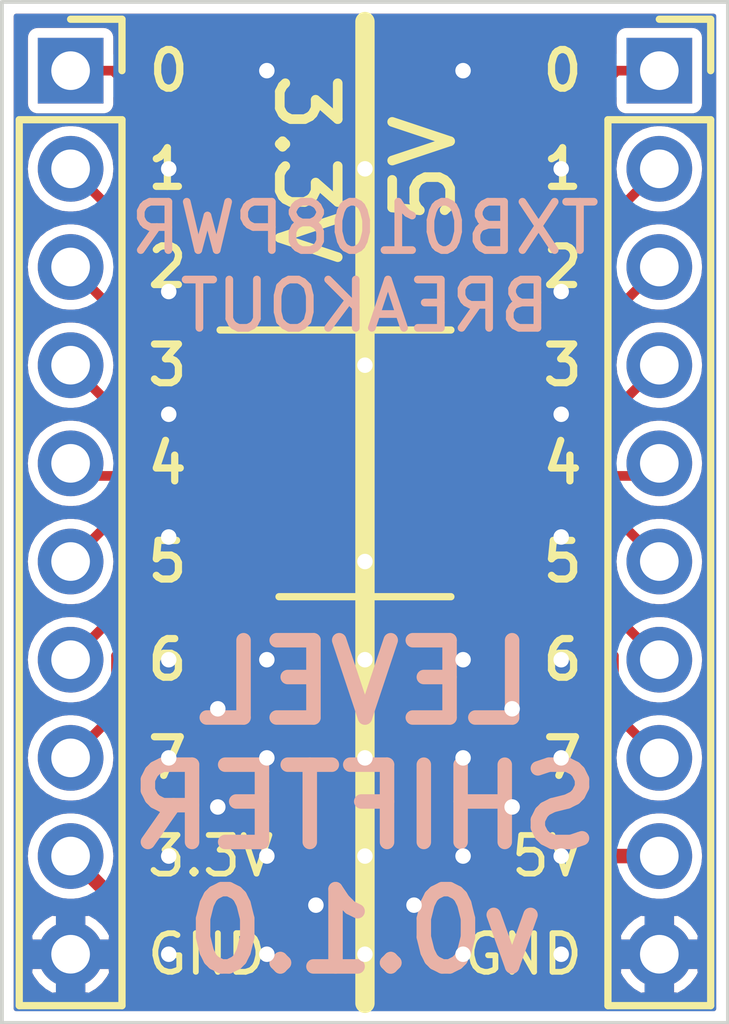
<source format=kicad_pcb>
(kicad_pcb (version 20171130) (host pcbnew "(5.1.2)-2")

  (general
    (thickness 1.6)
    (drawings 29)
    (tracks 111)
    (zones 0)
    (modules 3)
    (nets 20)
  )

  (page A4)
  (layers
    (0 F.Cu signal)
    (31 B.Cu signal)
    (32 B.Adhes user)
    (33 F.Adhes user)
    (34 B.Paste user)
    (35 F.Paste user)
    (36 B.SilkS user)
    (37 F.SilkS user)
    (38 B.Mask user hide)
    (39 F.Mask user hide)
    (40 Dwgs.User user hide)
    (41 Cmts.User user hide)
    (42 Eco1.User user hide)
    (43 Eco2.User user hide)
    (44 Edge.Cuts user)
    (45 Margin user hide)
    (46 B.CrtYd user hide)
    (47 F.CrtYd user hide)
    (48 B.Fab user hide)
    (49 F.Fab user hide)
  )

  (setup
    (last_trace_width 0.25)
    (trace_clearance 0.2)
    (zone_clearance 0.254)
    (zone_45_only yes)
    (trace_min 0.2)
    (via_size 0.8)
    (via_drill 0.4)
    (via_min_size 0.4)
    (via_min_drill 0.3)
    (uvia_size 0.3)
    (uvia_drill 0.1)
    (uvias_allowed no)
    (uvia_min_size 0.2)
    (uvia_min_drill 0.1)
    (edge_width 0.05)
    (segment_width 0.2)
    (pcb_text_width 0.3)
    (pcb_text_size 1.5 1.5)
    (mod_edge_width 0.12)
    (mod_text_size 1 1)
    (mod_text_width 0.15)
    (pad_size 1.524 1.524)
    (pad_drill 0.762)
    (pad_to_mask_clearance 0.051)
    (solder_mask_min_width 0.25)
    (aux_axis_origin 0 0)
    (visible_elements FFFFFF7F)
    (pcbplotparams
      (layerselection 0x010fc_ffffffff)
      (usegerberextensions false)
      (usegerberattributes false)
      (usegerberadvancedattributes false)
      (creategerberjobfile false)
      (excludeedgelayer true)
      (linewidth 0.100000)
      (plotframeref false)
      (viasonmask false)
      (mode 1)
      (useauxorigin false)
      (hpglpennumber 1)
      (hpglpenspeed 20)
      (hpglpendiameter 15.000000)
      (psnegative false)
      (psa4output false)
      (plotreference true)
      (plotvalue true)
      (plotinvisibletext false)
      (padsonsilk false)
      (subtractmaskfromsilk false)
      (outputformat 1)
      (mirror false)
      (drillshape 0)
      (scaleselection 1)
      (outputdirectory "GERBERS/"))
  )

  (net 0 "")
  (net 1 /GND)
  (net 2 /5V)
  (net 3 /7-5V)
  (net 4 /6-5V)
  (net 5 /5-5V)
  (net 6 /4-5V)
  (net 7 /3-5V)
  (net 8 /2-5V)
  (net 9 /1-5V)
  (net 10 /3.3V)
  (net 11 /7-3.3V)
  (net 12 /6-3.3V)
  (net 13 /5-3.3V)
  (net 14 /4-3.3V)
  (net 15 /3-3.3V)
  (net 16 /2-3.3V)
  (net 17 /1-3.3V)
  (net 18 /0-3.3V)
  (net 19 /0-5V)

  (net_class Default "This is the default net class."
    (clearance 0.2)
    (trace_width 0.25)
    (via_dia 0.8)
    (via_drill 0.4)
    (uvia_dia 0.3)
    (uvia_drill 0.1)
    (add_net /0-3.3V)
    (add_net /0-5V)
    (add_net /1-3.3V)
    (add_net /1-5V)
    (add_net /2-3.3V)
    (add_net /2-5V)
    (add_net /3-3.3V)
    (add_net /3-5V)
    (add_net /4-3.3V)
    (add_net /4-5V)
    (add_net /5-3.3V)
    (add_net /5-5V)
    (add_net /6-3.3V)
    (add_net /6-5V)
    (add_net /7-3.3V)
    (add_net /7-5V)
  )

  (net_class Power ""
    (clearance 0.2)
    (trace_width 0.375)
    (via_dia 0.8)
    (via_drill 0.4)
    (uvia_dia 0.3)
    (uvia_drill 0.1)
    (add_net /3.3V)
    (add_net /5V)
    (add_net /GND)
  )

  (module footprints:PinSocket_1x10_P2.54mm_Vertical (layer F.Cu) (tedit 5D88BB99) (tstamp 5DC6F1DB)
    (at 111.76 76.2)
    (descr "Through hole straight socket strip, 1x10, 2.54mm pitch, single row (from Kicad 4.0.7), script generated")
    (tags "Through hole socket strip THT 1x10 2.54mm single row")
    (path /5DC7A5F4)
    (fp_text reference J2 (at 0 -2.77) (layer Dwgs.User)
      (effects (font (size 1.5 1.5) (thickness 0.25)))
    )
    (fp_text value Conn_01x10_Male (at 0 25.63) (layer F.Fab)
      (effects (font (size 1 1) (thickness 0.15)))
    )
    (fp_text user %R (at 0 11.43 90) (layer F.Fab)
      (effects (font (size 1 1) (thickness 0.15)))
    )
    (fp_line (start -1.8 24.6) (end -1.8 -1.8) (layer F.CrtYd) (width 0.05))
    (fp_line (start 1.75 24.6) (end -1.8 24.6) (layer F.CrtYd) (width 0.05))
    (fp_line (start 1.75 -1.8) (end 1.75 24.6) (layer F.CrtYd) (width 0.05))
    (fp_line (start -1.8 -1.8) (end 1.75 -1.8) (layer F.CrtYd) (width 0.05))
    (fp_line (start 0 -1.33) (end 1.33 -1.33) (layer F.SilkS) (width 0.1875))
    (fp_line (start 1.33 -1.33) (end 1.33 0) (layer F.SilkS) (width 0.1875))
    (fp_line (start 1.33 1.27) (end 1.33 24.19) (layer F.SilkS) (width 0.1875))
    (fp_line (start -1.33 24.19) (end 1.33 24.19) (layer F.SilkS) (width 0.1875))
    (fp_line (start -1.33 1.27) (end -1.33 24.19) (layer F.SilkS) (width 0.1875))
    (fp_line (start -1.33 1.27) (end 1.33 1.27) (layer F.SilkS) (width 0.1875))
    (fp_line (start -1.27 24.13) (end -1.27 -1.27) (layer F.Fab) (width 0.1))
    (fp_line (start 1.27 24.13) (end -1.27 24.13) (layer F.Fab) (width 0.1))
    (fp_line (start 1.27 -0.635) (end 1.27 24.13) (layer F.Fab) (width 0.1))
    (fp_line (start 0.635 -1.27) (end 1.27 -0.635) (layer F.Fab) (width 0.1))
    (fp_line (start -1.27 -1.27) (end 0.635 -1.27) (layer F.Fab) (width 0.1))
    (pad 10 thru_hole oval (at 0 22.86) (size 1.7 1.7) (drill 1) (layers *.Cu *.Mask)
      (net 1 /GND))
    (pad 9 thru_hole oval (at 0 20.32) (size 1.7 1.7) (drill 1) (layers *.Cu *.Mask)
      (net 10 /3.3V))
    (pad 8 thru_hole oval (at 0 17.78) (size 1.7 1.7) (drill 1) (layers *.Cu *.Mask)
      (net 11 /7-3.3V))
    (pad 7 thru_hole oval (at 0 15.24) (size 1.7 1.7) (drill 1) (layers *.Cu *.Mask)
      (net 12 /6-3.3V))
    (pad 6 thru_hole oval (at 0 12.7) (size 1.7 1.7) (drill 1) (layers *.Cu *.Mask)
      (net 13 /5-3.3V))
    (pad 5 thru_hole oval (at 0 10.16) (size 1.7 1.7) (drill 1) (layers *.Cu *.Mask)
      (net 14 /4-3.3V))
    (pad 4 thru_hole oval (at 0 7.62) (size 1.7 1.7) (drill 1) (layers *.Cu *.Mask)
      (net 15 /3-3.3V))
    (pad 3 thru_hole oval (at 0 5.08) (size 1.7 1.7) (drill 1) (layers *.Cu *.Mask)
      (net 16 /2-3.3V))
    (pad 2 thru_hole oval (at 0 2.54) (size 1.7 1.7) (drill 1) (layers *.Cu *.Mask)
      (net 17 /1-3.3V))
    (pad 1 thru_hole rect (at 0 0) (size 1.7 1.7) (drill 1) (layers *.Cu *.Mask)
      (net 18 /0-3.3V))
    (model ${KISYS3DMOD}/Connector_PinSocket_2.54mm.3dshapes/PinSocket_1x10_P2.54mm_Vertical.wrl
      (at (xyz 0 0 0))
      (scale (xyz 1 1 1))
      (rotate (xyz 0 0 0))
    )
  )

  (module footprints:PinSocket_1x10_P2.54mm_Vertical (layer F.Cu) (tedit 5D88BB99) (tstamp 5DC6F0E2)
    (at 127 76.2)
    (descr "Through hole straight socket strip, 1x10, 2.54mm pitch, single row (from Kicad 4.0.7), script generated")
    (tags "Through hole socket strip THT 1x10 2.54mm single row")
    (path /5DC7C5BE)
    (fp_text reference J1 (at 0 -2.77) (layer Dwgs.User)
      (effects (font (size 1.5 1.5) (thickness 0.25)))
    )
    (fp_text value Conn_01x10_Male (at 0 25.63) (layer F.Fab)
      (effects (font (size 1 1) (thickness 0.15)))
    )
    (fp_text user %R (at 0 11.43 90) (layer F.Fab)
      (effects (font (size 1 1) (thickness 0.15)))
    )
    (fp_line (start -1.8 24.6) (end -1.8 -1.8) (layer F.CrtYd) (width 0.05))
    (fp_line (start 1.75 24.6) (end -1.8 24.6) (layer F.CrtYd) (width 0.05))
    (fp_line (start 1.75 -1.8) (end 1.75 24.6) (layer F.CrtYd) (width 0.05))
    (fp_line (start -1.8 -1.8) (end 1.75 -1.8) (layer F.CrtYd) (width 0.05))
    (fp_line (start 0 -1.33) (end 1.33 -1.33) (layer F.SilkS) (width 0.1875))
    (fp_line (start 1.33 -1.33) (end 1.33 0) (layer F.SilkS) (width 0.1875))
    (fp_line (start 1.33 1.27) (end 1.33 24.19) (layer F.SilkS) (width 0.1875))
    (fp_line (start -1.33 24.19) (end 1.33 24.19) (layer F.SilkS) (width 0.1875))
    (fp_line (start -1.33 1.27) (end -1.33 24.19) (layer F.SilkS) (width 0.1875))
    (fp_line (start -1.33 1.27) (end 1.33 1.27) (layer F.SilkS) (width 0.1875))
    (fp_line (start -1.27 24.13) (end -1.27 -1.27) (layer F.Fab) (width 0.1))
    (fp_line (start 1.27 24.13) (end -1.27 24.13) (layer F.Fab) (width 0.1))
    (fp_line (start 1.27 -0.635) (end 1.27 24.13) (layer F.Fab) (width 0.1))
    (fp_line (start 0.635 -1.27) (end 1.27 -0.635) (layer F.Fab) (width 0.1))
    (fp_line (start -1.27 -1.27) (end 0.635 -1.27) (layer F.Fab) (width 0.1))
    (pad 10 thru_hole oval (at 0 22.86) (size 1.7 1.7) (drill 1) (layers *.Cu *.Mask)
      (net 1 /GND))
    (pad 9 thru_hole oval (at 0 20.32) (size 1.7 1.7) (drill 1) (layers *.Cu *.Mask)
      (net 2 /5V))
    (pad 8 thru_hole oval (at 0 17.78) (size 1.7 1.7) (drill 1) (layers *.Cu *.Mask)
      (net 3 /7-5V))
    (pad 7 thru_hole oval (at 0 15.24) (size 1.7 1.7) (drill 1) (layers *.Cu *.Mask)
      (net 4 /6-5V))
    (pad 6 thru_hole oval (at 0 12.7) (size 1.7 1.7) (drill 1) (layers *.Cu *.Mask)
      (net 5 /5-5V))
    (pad 5 thru_hole oval (at 0 10.16) (size 1.7 1.7) (drill 1) (layers *.Cu *.Mask)
      (net 6 /4-5V))
    (pad 4 thru_hole oval (at 0 7.62) (size 1.7 1.7) (drill 1) (layers *.Cu *.Mask)
      (net 7 /3-5V))
    (pad 3 thru_hole oval (at 0 5.08) (size 1.7 1.7) (drill 1) (layers *.Cu *.Mask)
      (net 8 /2-5V))
    (pad 2 thru_hole oval (at 0 2.54) (size 1.7 1.7) (drill 1) (layers *.Cu *.Mask)
      (net 9 /1-5V))
    (pad 1 thru_hole rect (at 0 0) (size 1.7 1.7) (drill 1) (layers *.Cu *.Mask)
      (net 19 /0-5V))
    (model ${KISYS3DMOD}/Connector_PinSocket_2.54mm.3dshapes/PinSocket_1x10_P2.54mm_Vertical.wrl
      (at (xyz 0 0 0))
      (scale (xyz 1 1 1))
      (rotate (xyz 0 0 0))
    )
  )

  (module footprints:TSSOP-20_4.4x6.5mm_P0.65mm (layer F.Cu) (tedit 5D87A09F) (tstamp 5DC70830)
    (at 119.38 86.36)
    (descr "20-Lead Plastic Thin Shrink Small Outline (ST)-4.4 mm Body [TSSOP] (see Microchip Packaging Specification 00000049BS.pdf)")
    (tags "SSOP 0.65")
    (path /5DC6E25C)
    (attr smd)
    (fp_text reference U1 (at 0 -5.08) (layer Dwgs.User)
      (effects (font (size 1.5 1.5) (thickness 0.25)))
    )
    (fp_text value TXB0108PWR (at 0 4.3) (layer F.Fab)
      (effects (font (size 1 1) (thickness 0.15)))
    )
    (fp_text user %R (at 0 0) (layer F.Fab)
      (effects (font (size 0.8 0.8) (thickness 0.15)))
    )
    (fp_line (start -3.75 -3.45) (end 2.225 -3.45) (layer F.SilkS) (width 0.1875))
    (fp_line (start -2.225 3.45) (end 2.225 3.45) (layer F.SilkS) (width 0.1875))
    (fp_line (start -3.95 3.55) (end 3.95 3.55) (layer F.CrtYd) (width 0.05))
    (fp_line (start -3.95 -3.55) (end 3.95 -3.55) (layer F.CrtYd) (width 0.05))
    (fp_line (start 3.95 -3.55) (end 3.95 3.55) (layer F.CrtYd) (width 0.05))
    (fp_line (start -3.95 -3.55) (end -3.95 3.55) (layer F.CrtYd) (width 0.05))
    (fp_line (start -2.2 -2.25) (end -1.2 -3.25) (layer F.Fab) (width 0.15))
    (fp_line (start -2.2 3.25) (end -2.2 -2.25) (layer F.Fab) (width 0.15))
    (fp_line (start 2.2 3.25) (end -2.2 3.25) (layer F.Fab) (width 0.15))
    (fp_line (start 2.2 -3.25) (end 2.2 3.25) (layer F.Fab) (width 0.15))
    (fp_line (start -1.2 -3.25) (end 2.2 -3.25) (layer F.Fab) (width 0.15))
    (pad 20 smd rect (at 2.95 -2.925) (size 1.45 0.45) (layers F.Cu F.Paste F.Mask)
      (net 19 /0-5V))
    (pad 19 smd rect (at 2.95 -2.275) (size 1.45 0.45) (layers F.Cu F.Paste F.Mask)
      (net 2 /5V))
    (pad 18 smd rect (at 2.95 -1.625) (size 1.45 0.45) (layers F.Cu F.Paste F.Mask)
      (net 9 /1-5V))
    (pad 17 smd rect (at 2.95 -0.975) (size 1.45 0.45) (layers F.Cu F.Paste F.Mask)
      (net 8 /2-5V))
    (pad 16 smd rect (at 2.95 -0.325) (size 1.45 0.45) (layers F.Cu F.Paste F.Mask)
      (net 7 /3-5V))
    (pad 15 smd rect (at 2.95 0.325) (size 1.45 0.45) (layers F.Cu F.Paste F.Mask)
      (net 6 /4-5V))
    (pad 14 smd rect (at 2.95 0.975) (size 1.45 0.45) (layers F.Cu F.Paste F.Mask)
      (net 5 /5-5V))
    (pad 13 smd rect (at 2.95 1.625) (size 1.45 0.45) (layers F.Cu F.Paste F.Mask)
      (net 4 /6-5V))
    (pad 12 smd rect (at 2.95 2.275) (size 1.45 0.45) (layers F.Cu F.Paste F.Mask)
      (net 3 /7-5V))
    (pad 11 smd rect (at 2.95 2.925) (size 1.45 0.45) (layers F.Cu F.Paste F.Mask)
      (net 1 /GND))
    (pad 10 smd rect (at -2.95 2.925) (size 1.45 0.45) (layers F.Cu F.Paste F.Mask)
      (net 10 /3.3V))
    (pad 9 smd rect (at -2.95 2.275) (size 1.45 0.45) (layers F.Cu F.Paste F.Mask)
      (net 11 /7-3.3V))
    (pad 8 smd rect (at -2.95 1.625) (size 1.45 0.45) (layers F.Cu F.Paste F.Mask)
      (net 12 /6-3.3V))
    (pad 7 smd rect (at -2.95 0.975) (size 1.45 0.45) (layers F.Cu F.Paste F.Mask)
      (net 13 /5-3.3V))
    (pad 6 smd rect (at -2.95 0.325) (size 1.45 0.45) (layers F.Cu F.Paste F.Mask)
      (net 14 /4-3.3V))
    (pad 5 smd rect (at -2.95 -0.325) (size 1.45 0.45) (layers F.Cu F.Paste F.Mask)
      (net 15 /3-3.3V))
    (pad 4 smd rect (at -2.95 -0.975) (size 1.45 0.45) (layers F.Cu F.Paste F.Mask)
      (net 16 /2-3.3V))
    (pad 3 smd rect (at -2.95 -1.625) (size 1.45 0.45) (layers F.Cu F.Paste F.Mask)
      (net 17 /1-3.3V))
    (pad 2 smd rect (at -2.95 -2.275) (size 1.45 0.45) (layers F.Cu F.Paste F.Mask)
      (net 10 /3.3V))
    (pad 1 smd rect (at -2.95 -2.925) (size 1.45 0.45) (layers F.Cu F.Paste F.Mask)
      (net 18 /0-3.3V))
    (model ${KISYS3DMOD}/Package_SO.3dshapes/TSSOP-20_4.4x6.5mm_P0.65mm.wrl
      (at (xyz 0 0 0))
      (scale (xyz 1 1 1))
      (rotate (xyz 0 0 0))
    )
  )

  (gr_text 3.3V (at 117.856 78.74 270) (layer F.SilkS) (tstamp 5DC7073D)
    (effects (font (size 1.5 1.5) (thickness 0.25)))
  )
  (gr_text 5V (at 120.904 78.74 90) (layer F.SilkS)
    (effects (font (size 1.5 1.5) (thickness 0.25)))
  )
  (gr_line (start 119.38 74.93) (end 119.38 100.33) (layer F.SilkS) (width 0.5))
  (gr_text 7 (at 125.095 93.98) (layer F.SilkS) (tstamp 5DC70382)
    (effects (font (size 1 1) (thickness 0.1875)) (justify right))
  )
  (gr_text 4 (at 125.095 86.36) (layer F.SilkS) (tstamp 5DC70381)
    (effects (font (size 1 1) (thickness 0.1875)) (justify right))
  )
  (gr_text 2 (at 125.095 81.28) (layer F.SilkS) (tstamp 5DC70380)
    (effects (font (size 1 1) (thickness 0.1875)) (justify right))
  )
  (gr_text 6 (at 125.095 91.44) (layer F.SilkS) (tstamp 5DC7037F)
    (effects (font (size 1 1) (thickness 0.1875)) (justify right))
  )
  (gr_text 3 (at 125.095 83.82) (layer F.SilkS) (tstamp 5DC7037E)
    (effects (font (size 1 1) (thickness 0.1875)) (justify right))
  )
  (gr_text 5 (at 125.095 88.9) (layer F.SilkS) (tstamp 5DC7037D)
    (effects (font (size 1 1) (thickness 0.1875)) (justify right))
  )
  (gr_text 1 (at 125.095 78.74) (layer F.SilkS) (tstamp 5DC70375)
    (effects (font (size 1 1) (thickness 0.1875)) (justify right))
  )
  (gr_text 7 (at 113.665 93.98) (layer F.SilkS) (tstamp 5DC70316)
    (effects (font (size 1 1) (thickness 0.1875)) (justify left))
  )
  (gr_text 6 (at 113.665 91.44) (layer F.SilkS) (tstamp 5DC70316)
    (effects (font (size 1 1) (thickness 0.1875)) (justify left))
  )
  (gr_text 5 (at 113.665 88.9) (layer F.SilkS) (tstamp 5DC70316)
    (effects (font (size 1 1) (thickness 0.1875)) (justify left))
  )
  (gr_text 4 (at 113.665 86.36) (layer F.SilkS) (tstamp 5DC70316)
    (effects (font (size 1 1) (thickness 0.1875)) (justify left))
  )
  (gr_text 3 (at 113.665 83.82) (layer F.SilkS) (tstamp 5DC70316)
    (effects (font (size 1 1) (thickness 0.1875)) (justify left))
  )
  (gr_text 2 (at 113.665 81.28) (layer F.SilkS) (tstamp 5DC70316)
    (effects (font (size 1 1) (thickness 0.1875)) (justify left))
  )
  (gr_text 1 (at 113.665 78.74) (layer F.SilkS) (tstamp 5DC70316)
    (effects (font (size 1 1) (thickness 0.1875)) (justify left))
  )
  (gr_text 0 (at 114.3 76.2) (layer F.SilkS) (tstamp 5DC700B4)
    (effects (font (size 1 1) (thickness 0.1875)))
  )
  (gr_text 3.3V (at 113.665 96.52) (layer F.SilkS) (tstamp 5DC6FFDB)
    (effects (font (size 1 1) (thickness 0.15)) (justify left))
  )
  (gr_text GND (at 113.665 99.06) (layer F.SilkS) (tstamp 5DC6FFB4)
    (effects (font (size 1 1) (thickness 0.15)) (justify left))
  )
  (gr_text GND (at 125.095 99.06) (layer F.SilkS)
    (effects (font (size 1 1) (thickness 0.15)) (justify right))
  )
  (gr_text 5V (at 125.095 96.52) (layer F.SilkS)
    (effects (font (size 1 1) (thickness 0.15)) (justify right))
  )
  (gr_text 0 (at 125.095 76.2) (layer F.SilkS)
    (effects (font (size 1 1) (thickness 0.1875)) (justify right))
  )
  (gr_text "TXB0108PWR\nBREAKOUT" (at 119.38 81.28) (layer B.SilkS) (tstamp 5DC6FEF1)
    (effects (font (size 1.25 1.25) (thickness 0.2)) (justify mirror))
  )
  (gr_text "LEVEL\nSHIFTER\nv0.1.0" (at 119.38 95.25) (layer B.SilkS)
    (effects (font (size 2 2) (thickness 0.375)) (justify mirror))
  )
  (gr_line (start 109.982 74.422) (end 128.778 74.422) (layer Edge.Cuts) (width 0.1))
  (gr_line (start 109.982 100.838) (end 109.982 74.422) (layer Edge.Cuts) (width 0.1))
  (gr_line (start 128.778 100.838) (end 109.982 100.838) (layer Edge.Cuts) (width 0.1))
  (gr_line (start 128.778 74.422) (end 128.778 100.838) (layer Edge.Cuts) (width 0.1))

  (via (at 124.46 85.09) (size 0.8) (drill 0.4) (layers F.Cu B.Cu) (net 1))
  (via (at 124.46 88.265) (size 0.8) (drill 0.4) (layers F.Cu B.Cu) (net 1))
  (via (at 119.38 78.74) (size 0.8) (drill 0.4) (layers F.Cu B.Cu) (net 1))
  (via (at 116.84 76.2) (size 0.8) (drill 0.4) (layers F.Cu B.Cu) (net 1))
  (via (at 121.92 76.2) (size 0.8) (drill 0.4) (layers F.Cu B.Cu) (net 1))
  (via (at 119.38 83.82) (size 0.8) (drill 0.4) (layers F.Cu B.Cu) (net 1))
  (via (at 119.38 88.9) (size 0.8) (drill 0.4) (layers F.Cu B.Cu) (net 1))
  (via (at 114.3 81.915) (size 0.8) (drill 0.4) (layers F.Cu B.Cu) (net 1))
  (via (at 124.46 81.915) (size 0.8) (drill 0.4) (layers F.Cu B.Cu) (net 1))
  (via (at 114.3 91.44) (size 0.8) (drill 0.4) (layers F.Cu B.Cu) (net 1))
  (via (at 124.46 91.44) (size 0.8) (drill 0.4) (layers F.Cu B.Cu) (net 1))
  (via (at 114.3 93.98) (size 0.8) (drill 0.4) (layers F.Cu B.Cu) (net 1))
  (via (at 114.3 96.52) (size 0.8) (drill 0.4) (layers F.Cu B.Cu) (net 1))
  (via (at 119.38 91.44) (size 0.8) (drill 0.4) (layers F.Cu B.Cu) (net 1))
  (via (at 116.84 91.44) (size 0.8) (drill 0.4) (layers F.Cu B.Cu) (net 1))
  (via (at 121.92 91.44) (size 0.8) (drill 0.4) (layers F.Cu B.Cu) (net 1))
  (via (at 121.92 93.98) (size 0.8) (drill 0.4) (layers F.Cu B.Cu) (net 1))
  (via (at 119.38 93.98) (size 0.8) (drill 0.4) (layers F.Cu B.Cu) (net 1))
  (via (at 116.84 93.98) (size 0.8) (drill 0.4) (layers F.Cu B.Cu) (net 1))
  (via (at 116.84 96.52) (size 0.8) (drill 0.4) (layers F.Cu B.Cu) (net 1))
  (via (at 119.38 96.52) (size 0.8) (drill 0.4) (layers F.Cu B.Cu) (net 1))
  (via (at 121.92 96.52) (size 0.8) (drill 0.4) (layers F.Cu B.Cu) (net 1))
  (via (at 124.46 93.98) (size 0.8) (drill 0.4) (layers F.Cu B.Cu) (net 1))
  (via (at 124.46 96.52) (size 0.8) (drill 0.4) (layers F.Cu B.Cu) (net 1))
  (via (at 124.46 99.06) (size 0.8) (drill 0.4) (layers F.Cu B.Cu) (net 1))
  (via (at 121.92 99.06) (size 0.8) (drill 0.4) (layers F.Cu B.Cu) (net 1))
  (via (at 119.38 99.06) (size 0.8) (drill 0.4) (layers F.Cu B.Cu) (net 1))
  (via (at 116.84 99.06) (size 0.8) (drill 0.4) (layers F.Cu B.Cu) (net 1))
  (via (at 114.3 99.06) (size 0.8) (drill 0.4) (layers F.Cu B.Cu) (net 1))
  (via (at 124.46 78.74) (size 0.8) (drill 0.4) (layers F.Cu B.Cu) (net 1))
  (via (at 114.3 78.74) (size 0.8) (drill 0.4) (layers F.Cu B.Cu) (net 1))
  (via (at 114.3 88.265) (size 0.8) (drill 0.4) (layers F.Cu B.Cu) (net 1))
  (via (at 114.3 85.09) (size 0.8) (drill 0.4) (layers F.Cu B.Cu) (net 1))
  (via (at 123.19 92.71) (size 0.8) (drill 0.4) (layers F.Cu B.Cu) (net 1))
  (via (at 123.19 95.25) (size 0.8) (drill 0.4) (layers F.Cu B.Cu) (net 1))
  (via (at 115.57 95.25) (size 0.8) (drill 0.4) (layers F.Cu B.Cu) (net 1))
  (via (at 115.57 92.71) (size 0.8) (drill 0.4) (layers F.Cu B.Cu) (net 1))
  (via (at 120.65 97.79) (size 0.8) (drill 0.4) (layers F.Cu B.Cu) (net 1))
  (via (at 118.11 97.79) (size 0.8) (drill 0.4) (layers F.Cu B.Cu) (net 1))
  (segment (start 121.23 84.085) (end 122.33 84.085) (width 0.375) (layer F.Cu) (net 2))
  (segment (start 121.132499 84.182501) (end 121.23 84.085) (width 0.375) (layer F.Cu) (net 2))
  (segment (start 121.132499 96.898001) (end 121.132499 84.182501) (width 0.375) (layer F.Cu) (net 2))
  (segment (start 121.541999 97.307501) (end 121.132499 96.898001) (width 0.375) (layer F.Cu) (net 2))
  (segment (start 124.838001 97.307501) (end 121.541999 97.307501) (width 0.375) (layer F.Cu) (net 2))
  (segment (start 125.625502 96.52) (end 124.838001 97.307501) (width 0.375) (layer F.Cu) (net 2))
  (segment (start 127 96.52) (end 125.625502 96.52) (width 0.375) (layer F.Cu) (net 2))
  (segment (start 126.150001 93.130001) (end 127 93.98) (width 0.25) (layer F.Cu) (net 3))
  (segment (start 125.824999 92.804999) (end 126.150001 93.130001) (width 0.25) (layer F.Cu) (net 3))
  (segment (start 125.824999 91.339411) (end 125.824999 92.804999) (width 0.25) (layer F.Cu) (net 3))
  (segment (start 123.120588 88.635) (end 125.824999 91.339411) (width 0.25) (layer F.Cu) (net 3))
  (segment (start 122.33 88.635) (end 123.120588 88.635) (width 0.25) (layer F.Cu) (net 3))
  (segment (start 126.150001 90.590001) (end 127 91.44) (width 0.25) (layer F.Cu) (net 4))
  (segment (start 125.711999 90.590001) (end 126.150001 90.590001) (width 0.25) (layer F.Cu) (net 4))
  (segment (start 123.106998 87.985) (end 125.711999 90.590001) (width 0.25) (layer F.Cu) (net 4))
  (segment (start 122.33 87.985) (end 123.106998 87.985) (width 0.25) (layer F.Cu) (net 4))
  (segment (start 125.435 87.335) (end 127 88.9) (width 0.25) (layer F.Cu) (net 5))
  (segment (start 122.33 87.335) (end 125.435 87.335) (width 0.25) (layer F.Cu) (net 5))
  (segment (start 126.675 86.685) (end 127 86.36) (width 0.25) (layer F.Cu) (net 6))
  (segment (start 122.33 86.685) (end 126.675 86.685) (width 0.25) (layer F.Cu) (net 6))
  (segment (start 124.785 86.035) (end 127 83.82) (width 0.25) (layer F.Cu) (net 7))
  (segment (start 122.33 86.035) (end 124.785 86.035) (width 0.25) (layer F.Cu) (net 7))
  (segment (start 126.150001 82.129999) (end 127 81.28) (width 0.25) (layer F.Cu) (net 8))
  (segment (start 126.150001 82.326997) (end 126.150001 82.129999) (width 0.25) (layer F.Cu) (net 8))
  (segment (start 123.091998 85.385) (end 126.150001 82.326997) (width 0.25) (layer F.Cu) (net 8))
  (segment (start 122.33 85.385) (end 123.091998 85.385) (width 0.25) (layer F.Cu) (net 8))
  (segment (start 126.150001 79.589999) (end 127 78.74) (width 0.25) (layer F.Cu) (net 9))
  (segment (start 125.699991 80.040009) (end 126.150001 79.589999) (width 0.25) (layer F.Cu) (net 9))
  (segment (start 125.699991 82.140597) (end 125.699991 80.040009) (width 0.25) (layer F.Cu) (net 9))
  (segment (start 123.105588 84.735) (end 125.699991 82.140597) (width 0.25) (layer F.Cu) (net 9))
  (segment (start 122.33 84.735) (end 123.105588 84.735) (width 0.25) (layer F.Cu) (net 9))
  (segment (start 112.609999 97.369999) (end 111.76 96.52) (width 0.375) (layer F.Cu) (net 10))
  (segment (start 117.155503 97.369999) (end 112.609999 97.369999) (width 0.375) (layer F.Cu) (net 10))
  (segment (start 117.627501 96.898001) (end 117.155503 97.369999) (width 0.375) (layer F.Cu) (net 10))
  (segment (start 117.427502 84.085) (end 117.627501 84.284999) (width 0.375) (layer F.Cu) (net 10))
  (segment (start 116.43 84.085) (end 117.427502 84.085) (width 0.375) (layer F.Cu) (net 10))
  (segment (start 117.522002 89.285) (end 117.627501 89.179501) (width 0.375) (layer F.Cu) (net 10))
  (segment (start 116.43 89.285) (end 117.522002 89.285) (width 0.375) (layer F.Cu) (net 10))
  (segment (start 117.627501 84.284999) (end 117.627501 89.179501) (width 0.375) (layer F.Cu) (net 10))
  (segment (start 117.627501 89.179501) (end 117.627501 96.898001) (width 0.375) (layer F.Cu) (net 10))
  (segment (start 115.639412 88.635) (end 112.935001 91.339411) (width 0.25) (layer F.Cu) (net 11))
  (segment (start 112.935001 92.804999) (end 112.609999 93.130001) (width 0.25) (layer F.Cu) (net 11))
  (segment (start 112.609999 93.130001) (end 111.76 93.98) (width 0.25) (layer F.Cu) (net 11))
  (segment (start 112.935001 91.339411) (end 112.935001 92.804999) (width 0.25) (layer F.Cu) (net 11))
  (segment (start 116.43 88.635) (end 115.639412 88.635) (width 0.25) (layer F.Cu) (net 11))
  (segment (start 116.43 87.985) (end 115.653002 87.985) (width 0.25) (layer F.Cu) (net 12))
  (segment (start 112.609999 90.590001) (end 111.76 91.44) (width 0.25) (layer F.Cu) (net 12))
  (segment (start 115.653002 87.985) (end 113.048001 90.590001) (width 0.25) (layer F.Cu) (net 12))
  (segment (start 113.048001 90.590001) (end 112.609999 90.590001) (width 0.25) (layer F.Cu) (net 12))
  (segment (start 113.325 87.335) (end 111.76 88.9) (width 0.25) (layer F.Cu) (net 13))
  (segment (start 116.43 87.335) (end 113.325 87.335) (width 0.25) (layer F.Cu) (net 13))
  (segment (start 112.085 86.685) (end 111.76 86.36) (width 0.25) (layer F.Cu) (net 14))
  (segment (start 116.43 86.685) (end 112.085 86.685) (width 0.25) (layer F.Cu) (net 14))
  (segment (start 113.975 86.035) (end 111.76 83.82) (width 0.25) (layer F.Cu) (net 15))
  (segment (start 116.43 86.035) (end 113.975 86.035) (width 0.25) (layer F.Cu) (net 15))
  (segment (start 112.609999 82.129999) (end 111.76 81.28) (width 0.25) (layer F.Cu) (net 16))
  (segment (start 112.609999 82.326997) (end 112.609999 82.129999) (width 0.25) (layer F.Cu) (net 16))
  (segment (start 115.668002 85.385) (end 112.609999 82.326997) (width 0.25) (layer F.Cu) (net 16) (tstamp 5DC7058E))
  (segment (start 116.43 85.385) (end 115.668002 85.385) (width 0.25) (layer F.Cu) (net 16))
  (segment (start 112.609999 79.589999) (end 111.76 78.74) (width 0.25) (layer F.Cu) (net 17))
  (segment (start 113.060009 80.040009) (end 112.609999 79.589999) (width 0.25) (layer F.Cu) (net 17))
  (segment (start 113.060009 82.140597) (end 113.060009 80.040009) (width 0.25) (layer F.Cu) (net 17))
  (segment (start 115.654412 84.735) (end 113.060009 82.140597) (width 0.25) (layer F.Cu) (net 17))
  (segment (start 116.43 84.735) (end 115.654412 84.735) (width 0.25) (layer F.Cu) (net 17))
  (segment (start 116.43 82.96) (end 116.43 83.435) (width 0.25) (layer F.Cu) (net 18))
  (segment (start 116.43 79.77) (end 116.43 82.96) (width 0.25) (layer F.Cu) (net 18))
  (segment (start 112.86 76.2) (end 116.43 79.77) (width 0.25) (layer F.Cu) (net 18))
  (segment (start 111.76 76.2) (end 112.86 76.2) (width 0.25) (layer F.Cu) (net 18))
  (segment (start 122.33 82.96) (end 122.33 83.435) (width 0.25) (layer F.Cu) (net 19))
  (segment (start 122.33 79.77) (end 122.33 82.96) (width 0.25) (layer F.Cu) (net 19))
  (segment (start 125.9 76.2) (end 122.33 79.77) (width 0.25) (layer F.Cu) (net 19))
  (segment (start 127 76.2) (end 125.9 76.2) (width 0.25) (layer F.Cu) (net 19))

  (zone (net 1) (net_name /GND) (layer B.Cu) (tstamp 5DC70A76) (hatch edge 0.508)
    (connect_pads (clearance 0.254))
    (min_thickness 0.127)
    (fill yes (arc_segments 32) (thermal_gap 0.254) (thermal_bridge_width 0.762))
    (polygon
      (pts
        (xy 110.236 74.676) (xy 128.524 74.676) (xy 128.524 100.584) (xy 110.236 100.584)
      )
    )
    (filled_polygon
      (pts
        (xy 128.410501 100.4705) (xy 110.3495 100.4705) (xy 110.3495 99.549345) (xy 110.700001 99.549345) (xy 110.764209 99.669503)
        (xy 110.902251 99.852061) (xy 111.073256 100.00418) (xy 111.270652 100.120015) (xy 111.4425 100.10414) (xy 111.4425 99.3775)
        (xy 112.0775 99.3775) (xy 112.0775 100.10414) (xy 112.249348 100.120015) (xy 112.446744 100.00418) (xy 112.617749 99.852061)
        (xy 112.755791 99.669503) (xy 112.819999 99.549345) (xy 125.940001 99.549345) (xy 126.004209 99.669503) (xy 126.142251 99.852061)
        (xy 126.313256 100.00418) (xy 126.510652 100.120015) (xy 126.6825 100.10414) (xy 126.6825 99.3775) (xy 127.3175 99.3775)
        (xy 127.3175 100.10414) (xy 127.489348 100.120015) (xy 127.686744 100.00418) (xy 127.857749 99.852061) (xy 127.995791 99.669503)
        (xy 128.059999 99.549345) (xy 128.040774 99.3775) (xy 127.3175 99.3775) (xy 126.6825 99.3775) (xy 125.959226 99.3775)
        (xy 125.940001 99.549345) (xy 112.819999 99.549345) (xy 112.800774 99.3775) (xy 112.0775 99.3775) (xy 111.4425 99.3775)
        (xy 110.719226 99.3775) (xy 110.700001 99.549345) (xy 110.3495 99.549345) (xy 110.3495 98.570655) (xy 110.700001 98.570655)
        (xy 110.719226 98.7425) (xy 111.4425 98.7425) (xy 111.4425 98.01586) (xy 112.0775 98.01586) (xy 112.0775 98.7425)
        (xy 112.800774 98.7425) (xy 112.819999 98.570655) (xy 125.940001 98.570655) (xy 125.959226 98.7425) (xy 126.6825 98.7425)
        (xy 126.6825 98.01586) (xy 127.3175 98.01586) (xy 127.3175 98.7425) (xy 128.040774 98.7425) (xy 128.059999 98.570655)
        (xy 127.995791 98.450497) (xy 127.857749 98.267939) (xy 127.686744 98.11582) (xy 127.489348 97.999985) (xy 127.3175 98.01586)
        (xy 126.6825 98.01586) (xy 126.510652 97.999985) (xy 126.313256 98.11582) (xy 126.142251 98.267939) (xy 126.004209 98.450497)
        (xy 125.940001 98.570655) (xy 112.819999 98.570655) (xy 112.755791 98.450497) (xy 112.617749 98.267939) (xy 112.446744 98.11582)
        (xy 112.249348 97.999985) (xy 112.0775 98.01586) (xy 111.4425 98.01586) (xy 111.270652 97.999985) (xy 111.073256 98.11582)
        (xy 110.902251 98.267939) (xy 110.764209 98.450497) (xy 110.700001 98.570655) (xy 110.3495 98.570655) (xy 110.3495 96.52)
        (xy 110.586851 96.52) (xy 110.609393 96.74887) (xy 110.676152 96.968945) (xy 110.784562 97.171767) (xy 110.930458 97.349542)
        (xy 111.108233 97.495438) (xy 111.311055 97.603848) (xy 111.53113 97.670607) (xy 111.702645 97.6875) (xy 111.817355 97.6875)
        (xy 111.98887 97.670607) (xy 112.208945 97.603848) (xy 112.411767 97.495438) (xy 112.589542 97.349542) (xy 112.735438 97.171767)
        (xy 112.843848 96.968945) (xy 112.910607 96.74887) (xy 112.933149 96.52) (xy 125.826851 96.52) (xy 125.849393 96.74887)
        (xy 125.916152 96.968945) (xy 126.024562 97.171767) (xy 126.170458 97.349542) (xy 126.348233 97.495438) (xy 126.551055 97.603848)
        (xy 126.77113 97.670607) (xy 126.942645 97.6875) (xy 127.057355 97.6875) (xy 127.22887 97.670607) (xy 127.448945 97.603848)
        (xy 127.651767 97.495438) (xy 127.829542 97.349542) (xy 127.975438 97.171767) (xy 128.083848 96.968945) (xy 128.150607 96.74887)
        (xy 128.173149 96.52) (xy 128.150607 96.29113) (xy 128.083848 96.071055) (xy 127.975438 95.868233) (xy 127.829542 95.690458)
        (xy 127.651767 95.544562) (xy 127.448945 95.436152) (xy 127.22887 95.369393) (xy 127.057355 95.3525) (xy 126.942645 95.3525)
        (xy 126.77113 95.369393) (xy 126.551055 95.436152) (xy 126.348233 95.544562) (xy 126.170458 95.690458) (xy 126.024562 95.868233)
        (xy 125.916152 96.071055) (xy 125.849393 96.29113) (xy 125.826851 96.52) (xy 112.933149 96.52) (xy 112.910607 96.29113)
        (xy 112.843848 96.071055) (xy 112.735438 95.868233) (xy 112.589542 95.690458) (xy 112.411767 95.544562) (xy 112.208945 95.436152)
        (xy 111.98887 95.369393) (xy 111.817355 95.3525) (xy 111.702645 95.3525) (xy 111.53113 95.369393) (xy 111.311055 95.436152)
        (xy 111.108233 95.544562) (xy 110.930458 95.690458) (xy 110.784562 95.868233) (xy 110.676152 96.071055) (xy 110.609393 96.29113)
        (xy 110.586851 96.52) (xy 110.3495 96.52) (xy 110.3495 93.98) (xy 110.586851 93.98) (xy 110.609393 94.20887)
        (xy 110.676152 94.428945) (xy 110.784562 94.631767) (xy 110.930458 94.809542) (xy 111.108233 94.955438) (xy 111.311055 95.063848)
        (xy 111.53113 95.130607) (xy 111.702645 95.1475) (xy 111.817355 95.1475) (xy 111.98887 95.130607) (xy 112.208945 95.063848)
        (xy 112.411767 94.955438) (xy 112.589542 94.809542) (xy 112.735438 94.631767) (xy 112.843848 94.428945) (xy 112.910607 94.20887)
        (xy 112.933149 93.98) (xy 125.826851 93.98) (xy 125.849393 94.20887) (xy 125.916152 94.428945) (xy 126.024562 94.631767)
        (xy 126.170458 94.809542) (xy 126.348233 94.955438) (xy 126.551055 95.063848) (xy 126.77113 95.130607) (xy 126.942645 95.1475)
        (xy 127.057355 95.1475) (xy 127.22887 95.130607) (xy 127.448945 95.063848) (xy 127.651767 94.955438) (xy 127.829542 94.809542)
        (xy 127.975438 94.631767) (xy 128.083848 94.428945) (xy 128.150607 94.20887) (xy 128.173149 93.98) (xy 128.150607 93.75113)
        (xy 128.083848 93.531055) (xy 127.975438 93.328233) (xy 127.829542 93.150458) (xy 127.651767 93.004562) (xy 127.448945 92.896152)
        (xy 127.22887 92.829393) (xy 127.057355 92.8125) (xy 126.942645 92.8125) (xy 126.77113 92.829393) (xy 126.551055 92.896152)
        (xy 126.348233 93.004562) (xy 126.170458 93.150458) (xy 126.024562 93.328233) (xy 125.916152 93.531055) (xy 125.849393 93.75113)
        (xy 125.826851 93.98) (xy 112.933149 93.98) (xy 112.910607 93.75113) (xy 112.843848 93.531055) (xy 112.735438 93.328233)
        (xy 112.589542 93.150458) (xy 112.411767 93.004562) (xy 112.208945 92.896152) (xy 111.98887 92.829393) (xy 111.817355 92.8125)
        (xy 111.702645 92.8125) (xy 111.53113 92.829393) (xy 111.311055 92.896152) (xy 111.108233 93.004562) (xy 110.930458 93.150458)
        (xy 110.784562 93.328233) (xy 110.676152 93.531055) (xy 110.609393 93.75113) (xy 110.586851 93.98) (xy 110.3495 93.98)
        (xy 110.3495 91.44) (xy 110.586851 91.44) (xy 110.609393 91.66887) (xy 110.676152 91.888945) (xy 110.784562 92.091767)
        (xy 110.930458 92.269542) (xy 111.108233 92.415438) (xy 111.311055 92.523848) (xy 111.53113 92.590607) (xy 111.702645 92.6075)
        (xy 111.817355 92.6075) (xy 111.98887 92.590607) (xy 112.208945 92.523848) (xy 112.411767 92.415438) (xy 112.589542 92.269542)
        (xy 112.735438 92.091767) (xy 112.843848 91.888945) (xy 112.910607 91.66887) (xy 112.933149 91.44) (xy 125.826851 91.44)
        (xy 125.849393 91.66887) (xy 125.916152 91.888945) (xy 126.024562 92.091767) (xy 126.170458 92.269542) (xy 126.348233 92.415438)
        (xy 126.551055 92.523848) (xy 126.77113 92.590607) (xy 126.942645 92.6075) (xy 127.057355 92.6075) (xy 127.22887 92.590607)
        (xy 127.448945 92.523848) (xy 127.651767 92.415438) (xy 127.829542 92.269542) (xy 127.975438 92.091767) (xy 128.083848 91.888945)
        (xy 128.150607 91.66887) (xy 128.173149 91.44) (xy 128.150607 91.21113) (xy 128.083848 90.991055) (xy 127.975438 90.788233)
        (xy 127.829542 90.610458) (xy 127.651767 90.464562) (xy 127.448945 90.356152) (xy 127.22887 90.289393) (xy 127.057355 90.2725)
        (xy 126.942645 90.2725) (xy 126.77113 90.289393) (xy 126.551055 90.356152) (xy 126.348233 90.464562) (xy 126.170458 90.610458)
        (xy 126.024562 90.788233) (xy 125.916152 90.991055) (xy 125.849393 91.21113) (xy 125.826851 91.44) (xy 112.933149 91.44)
        (xy 112.910607 91.21113) (xy 112.843848 90.991055) (xy 112.735438 90.788233) (xy 112.589542 90.610458) (xy 112.411767 90.464562)
        (xy 112.208945 90.356152) (xy 111.98887 90.289393) (xy 111.817355 90.2725) (xy 111.702645 90.2725) (xy 111.53113 90.289393)
        (xy 111.311055 90.356152) (xy 111.108233 90.464562) (xy 110.930458 90.610458) (xy 110.784562 90.788233) (xy 110.676152 90.991055)
        (xy 110.609393 91.21113) (xy 110.586851 91.44) (xy 110.3495 91.44) (xy 110.3495 88.9) (xy 110.586851 88.9)
        (xy 110.609393 89.12887) (xy 110.676152 89.348945) (xy 110.784562 89.551767) (xy 110.930458 89.729542) (xy 111.108233 89.875438)
        (xy 111.311055 89.983848) (xy 111.53113 90.050607) (xy 111.702645 90.0675) (xy 111.817355 90.0675) (xy 111.98887 90.050607)
        (xy 112.208945 89.983848) (xy 112.411767 89.875438) (xy 112.589542 89.729542) (xy 112.735438 89.551767) (xy 112.843848 89.348945)
        (xy 112.910607 89.12887) (xy 112.933149 88.9) (xy 125.826851 88.9) (xy 125.849393 89.12887) (xy 125.916152 89.348945)
        (xy 126.024562 89.551767) (xy 126.170458 89.729542) (xy 126.348233 89.875438) (xy 126.551055 89.983848) (xy 126.77113 90.050607)
        (xy 126.942645 90.0675) (xy 127.057355 90.0675) (xy 127.22887 90.050607) (xy 127.448945 89.983848) (xy 127.651767 89.875438)
        (xy 127.829542 89.729542) (xy 127.975438 89.551767) (xy 128.083848 89.348945) (xy 128.150607 89.12887) (xy 128.173149 88.9)
        (xy 128.150607 88.67113) (xy 128.083848 88.451055) (xy 127.975438 88.248233) (xy 127.829542 88.070458) (xy 127.651767 87.924562)
        (xy 127.448945 87.816152) (xy 127.22887 87.749393) (xy 127.057355 87.7325) (xy 126.942645 87.7325) (xy 126.77113 87.749393)
        (xy 126.551055 87.816152) (xy 126.348233 87.924562) (xy 126.170458 88.070458) (xy 126.024562 88.248233) (xy 125.916152 88.451055)
        (xy 125.849393 88.67113) (xy 125.826851 88.9) (xy 112.933149 88.9) (xy 112.910607 88.67113) (xy 112.843848 88.451055)
        (xy 112.735438 88.248233) (xy 112.589542 88.070458) (xy 112.411767 87.924562) (xy 112.208945 87.816152) (xy 111.98887 87.749393)
        (xy 111.817355 87.7325) (xy 111.702645 87.7325) (xy 111.53113 87.749393) (xy 111.311055 87.816152) (xy 111.108233 87.924562)
        (xy 110.930458 88.070458) (xy 110.784562 88.248233) (xy 110.676152 88.451055) (xy 110.609393 88.67113) (xy 110.586851 88.9)
        (xy 110.3495 88.9) (xy 110.3495 86.36) (xy 110.586851 86.36) (xy 110.609393 86.58887) (xy 110.676152 86.808945)
        (xy 110.784562 87.011767) (xy 110.930458 87.189542) (xy 111.108233 87.335438) (xy 111.311055 87.443848) (xy 111.53113 87.510607)
        (xy 111.702645 87.5275) (xy 111.817355 87.5275) (xy 111.98887 87.510607) (xy 112.208945 87.443848) (xy 112.411767 87.335438)
        (xy 112.589542 87.189542) (xy 112.735438 87.011767) (xy 112.843848 86.808945) (xy 112.910607 86.58887) (xy 112.933149 86.36)
        (xy 125.826851 86.36) (xy 125.849393 86.58887) (xy 125.916152 86.808945) (xy 126.024562 87.011767) (xy 126.170458 87.189542)
        (xy 126.348233 87.335438) (xy 126.551055 87.443848) (xy 126.77113 87.510607) (xy 126.942645 87.5275) (xy 127.057355 87.5275)
        (xy 127.22887 87.510607) (xy 127.448945 87.443848) (xy 127.651767 87.335438) (xy 127.829542 87.189542) (xy 127.975438 87.011767)
        (xy 128.083848 86.808945) (xy 128.150607 86.58887) (xy 128.173149 86.36) (xy 128.150607 86.13113) (xy 128.083848 85.911055)
        (xy 127.975438 85.708233) (xy 127.829542 85.530458) (xy 127.651767 85.384562) (xy 127.448945 85.276152) (xy 127.22887 85.209393)
        (xy 127.057355 85.1925) (xy 126.942645 85.1925) (xy 126.77113 85.209393) (xy 126.551055 85.276152) (xy 126.348233 85.384562)
        (xy 126.170458 85.530458) (xy 126.024562 85.708233) (xy 125.916152 85.911055) (xy 125.849393 86.13113) (xy 125.826851 86.36)
        (xy 112.933149 86.36) (xy 112.910607 86.13113) (xy 112.843848 85.911055) (xy 112.735438 85.708233) (xy 112.589542 85.530458)
        (xy 112.411767 85.384562) (xy 112.208945 85.276152) (xy 111.98887 85.209393) (xy 111.817355 85.1925) (xy 111.702645 85.1925)
        (xy 111.53113 85.209393) (xy 111.311055 85.276152) (xy 111.108233 85.384562) (xy 110.930458 85.530458) (xy 110.784562 85.708233)
        (xy 110.676152 85.911055) (xy 110.609393 86.13113) (xy 110.586851 86.36) (xy 110.3495 86.36) (xy 110.3495 83.82)
        (xy 110.586851 83.82) (xy 110.609393 84.04887) (xy 110.676152 84.268945) (xy 110.784562 84.471767) (xy 110.930458 84.649542)
        (xy 111.108233 84.795438) (xy 111.311055 84.903848) (xy 111.53113 84.970607) (xy 111.702645 84.9875) (xy 111.817355 84.9875)
        (xy 111.98887 84.970607) (xy 112.208945 84.903848) (xy 112.411767 84.795438) (xy 112.589542 84.649542) (xy 112.735438 84.471767)
        (xy 112.843848 84.268945) (xy 112.910607 84.04887) (xy 112.933149 83.82) (xy 125.826851 83.82) (xy 125.849393 84.04887)
        (xy 125.916152 84.268945) (xy 126.024562 84.471767) (xy 126.170458 84.649542) (xy 126.348233 84.795438) (xy 126.551055 84.903848)
        (xy 126.77113 84.970607) (xy 126.942645 84.9875) (xy 127.057355 84.9875) (xy 127.22887 84.970607) (xy 127.448945 84.903848)
        (xy 127.651767 84.795438) (xy 127.829542 84.649542) (xy 127.975438 84.471767) (xy 128.083848 84.268945) (xy 128.150607 84.04887)
        (xy 128.173149 83.82) (xy 128.150607 83.59113) (xy 128.083848 83.371055) (xy 127.975438 83.168233) (xy 127.829542 82.990458)
        (xy 127.651767 82.844562) (xy 127.448945 82.736152) (xy 127.22887 82.669393) (xy 127.057355 82.6525) (xy 126.942645 82.6525)
        (xy 126.77113 82.669393) (xy 126.551055 82.736152) (xy 126.348233 82.844562) (xy 126.170458 82.990458) (xy 126.024562 83.168233)
        (xy 125.916152 83.371055) (xy 125.849393 83.59113) (xy 125.826851 83.82) (xy 112.933149 83.82) (xy 112.910607 83.59113)
        (xy 112.843848 83.371055) (xy 112.735438 83.168233) (xy 112.589542 82.990458) (xy 112.411767 82.844562) (xy 112.208945 82.736152)
        (xy 111.98887 82.669393) (xy 111.817355 82.6525) (xy 111.702645 82.6525) (xy 111.53113 82.669393) (xy 111.311055 82.736152)
        (xy 111.108233 82.844562) (xy 110.930458 82.990458) (xy 110.784562 83.168233) (xy 110.676152 83.371055) (xy 110.609393 83.59113)
        (xy 110.586851 83.82) (xy 110.3495 83.82) (xy 110.3495 81.28) (xy 110.586851 81.28) (xy 110.609393 81.50887)
        (xy 110.676152 81.728945) (xy 110.784562 81.931767) (xy 110.930458 82.109542) (xy 111.108233 82.255438) (xy 111.311055 82.363848)
        (xy 111.53113 82.430607) (xy 111.702645 82.4475) (xy 111.817355 82.4475) (xy 111.98887 82.430607) (xy 112.208945 82.363848)
        (xy 112.411767 82.255438) (xy 112.589542 82.109542) (xy 112.735438 81.931767) (xy 112.843848 81.728945) (xy 112.910607 81.50887)
        (xy 112.933149 81.28) (xy 125.826851 81.28) (xy 125.849393 81.50887) (xy 125.916152 81.728945) (xy 126.024562 81.931767)
        (xy 126.170458 82.109542) (xy 126.348233 82.255438) (xy 126.551055 82.363848) (xy 126.77113 82.430607) (xy 126.942645 82.4475)
        (xy 127.057355 82.4475) (xy 127.22887 82.430607) (xy 127.448945 82.363848) (xy 127.651767 82.255438) (xy 127.829542 82.109542)
        (xy 127.975438 81.931767) (xy 128.083848 81.728945) (xy 128.150607 81.50887) (xy 128.173149 81.28) (xy 128.150607 81.05113)
        (xy 128.083848 80.831055) (xy 127.975438 80.628233) (xy 127.829542 80.450458) (xy 127.651767 80.304562) (xy 127.448945 80.196152)
        (xy 127.22887 80.129393) (xy 127.057355 80.1125) (xy 126.942645 80.1125) (xy 126.77113 80.129393) (xy 126.551055 80.196152)
        (xy 126.348233 80.304562) (xy 126.170458 80.450458) (xy 126.024562 80.628233) (xy 125.916152 80.831055) (xy 125.849393 81.05113)
        (xy 125.826851 81.28) (xy 112.933149 81.28) (xy 112.910607 81.05113) (xy 112.843848 80.831055) (xy 112.735438 80.628233)
        (xy 112.589542 80.450458) (xy 112.411767 80.304562) (xy 112.208945 80.196152) (xy 111.98887 80.129393) (xy 111.817355 80.1125)
        (xy 111.702645 80.1125) (xy 111.53113 80.129393) (xy 111.311055 80.196152) (xy 111.108233 80.304562) (xy 110.930458 80.450458)
        (xy 110.784562 80.628233) (xy 110.676152 80.831055) (xy 110.609393 81.05113) (xy 110.586851 81.28) (xy 110.3495 81.28)
        (xy 110.3495 78.74) (xy 110.586851 78.74) (xy 110.609393 78.96887) (xy 110.676152 79.188945) (xy 110.784562 79.391767)
        (xy 110.930458 79.569542) (xy 111.108233 79.715438) (xy 111.311055 79.823848) (xy 111.53113 79.890607) (xy 111.702645 79.9075)
        (xy 111.817355 79.9075) (xy 111.98887 79.890607) (xy 112.208945 79.823848) (xy 112.411767 79.715438) (xy 112.589542 79.569542)
        (xy 112.735438 79.391767) (xy 112.843848 79.188945) (xy 112.910607 78.96887) (xy 112.933149 78.74) (xy 125.826851 78.74)
        (xy 125.849393 78.96887) (xy 125.916152 79.188945) (xy 126.024562 79.391767) (xy 126.170458 79.569542) (xy 126.348233 79.715438)
        (xy 126.551055 79.823848) (xy 126.77113 79.890607) (xy 126.942645 79.9075) (xy 127.057355 79.9075) (xy 127.22887 79.890607)
        (xy 127.448945 79.823848) (xy 127.651767 79.715438) (xy 127.829542 79.569542) (xy 127.975438 79.391767) (xy 128.083848 79.188945)
        (xy 128.150607 78.96887) (xy 128.173149 78.74) (xy 128.150607 78.51113) (xy 128.083848 78.291055) (xy 127.975438 78.088233)
        (xy 127.829542 77.910458) (xy 127.651767 77.764562) (xy 127.448945 77.656152) (xy 127.22887 77.589393) (xy 127.057355 77.5725)
        (xy 126.942645 77.5725) (xy 126.77113 77.589393) (xy 126.551055 77.656152) (xy 126.348233 77.764562) (xy 126.170458 77.910458)
        (xy 126.024562 78.088233) (xy 125.916152 78.291055) (xy 125.849393 78.51113) (xy 125.826851 78.74) (xy 112.933149 78.74)
        (xy 112.910607 78.51113) (xy 112.843848 78.291055) (xy 112.735438 78.088233) (xy 112.589542 77.910458) (xy 112.411767 77.764562)
        (xy 112.208945 77.656152) (xy 111.98887 77.589393) (xy 111.817355 77.5725) (xy 111.702645 77.5725) (xy 111.53113 77.589393)
        (xy 111.311055 77.656152) (xy 111.108233 77.764562) (xy 110.930458 77.910458) (xy 110.784562 78.088233) (xy 110.676152 78.291055)
        (xy 110.609393 78.51113) (xy 110.586851 78.74) (xy 110.3495 78.74) (xy 110.3495 75.35) (xy 110.590964 75.35)
        (xy 110.590964 77.05) (xy 110.597094 77.112241) (xy 110.615249 77.17209) (xy 110.644731 77.227247) (xy 110.684407 77.275593)
        (xy 110.732753 77.315269) (xy 110.78791 77.344751) (xy 110.847759 77.362906) (xy 110.91 77.369036) (xy 112.61 77.369036)
        (xy 112.672241 77.362906) (xy 112.73209 77.344751) (xy 112.787247 77.315269) (xy 112.835593 77.275593) (xy 112.875269 77.227247)
        (xy 112.904751 77.17209) (xy 112.922906 77.112241) (xy 112.929036 77.05) (xy 112.929036 75.35) (xy 125.830964 75.35)
        (xy 125.830964 77.05) (xy 125.837094 77.112241) (xy 125.855249 77.17209) (xy 125.884731 77.227247) (xy 125.924407 77.275593)
        (xy 125.972753 77.315269) (xy 126.02791 77.344751) (xy 126.087759 77.362906) (xy 126.15 77.369036) (xy 127.85 77.369036)
        (xy 127.912241 77.362906) (xy 127.97209 77.344751) (xy 128.027247 77.315269) (xy 128.075593 77.275593) (xy 128.115269 77.227247)
        (xy 128.144751 77.17209) (xy 128.162906 77.112241) (xy 128.169036 77.05) (xy 128.169036 75.35) (xy 128.162906 75.287759)
        (xy 128.144751 75.22791) (xy 128.115269 75.172753) (xy 128.075593 75.124407) (xy 128.027247 75.084731) (xy 127.97209 75.055249)
        (xy 127.912241 75.037094) (xy 127.85 75.030964) (xy 126.15 75.030964) (xy 126.087759 75.037094) (xy 126.02791 75.055249)
        (xy 125.972753 75.084731) (xy 125.924407 75.124407) (xy 125.884731 75.172753) (xy 125.855249 75.22791) (xy 125.837094 75.287759)
        (xy 125.830964 75.35) (xy 112.929036 75.35) (xy 112.922906 75.287759) (xy 112.904751 75.22791) (xy 112.875269 75.172753)
        (xy 112.835593 75.124407) (xy 112.787247 75.084731) (xy 112.73209 75.055249) (xy 112.672241 75.037094) (xy 112.61 75.030964)
        (xy 110.91 75.030964) (xy 110.847759 75.037094) (xy 110.78791 75.055249) (xy 110.732753 75.084731) (xy 110.684407 75.124407)
        (xy 110.644731 75.172753) (xy 110.615249 75.22791) (xy 110.597094 75.287759) (xy 110.590964 75.35) (xy 110.3495 75.35)
        (xy 110.3495 74.7895) (xy 128.4105 74.7895)
      )
    )
  )
  (zone (net 1) (net_name /GND) (layer F.Cu) (tstamp 5DC70A73) (hatch edge 0.508)
    (connect_pads (clearance 0.254))
    (min_thickness 0.127)
    (fill yes (arc_segments 32) (thermal_gap 0.254) (thermal_bridge_width 0.762))
    (polygon
      (pts
        (xy 110.236 74.676) (xy 110.236 100.584) (xy 128.524 100.584) (xy 128.524 74.676)
      )
    )
    (filled_polygon
      (pts
        (xy 128.410501 100.4705) (xy 110.3495 100.4705) (xy 110.3495 99.549345) (xy 110.700001 99.549345) (xy 110.764209 99.669503)
        (xy 110.902251 99.852061) (xy 111.073256 100.00418) (xy 111.270652 100.120015) (xy 111.4425 100.10414) (xy 111.4425 99.3775)
        (xy 112.0775 99.3775) (xy 112.0775 100.10414) (xy 112.249348 100.120015) (xy 112.446744 100.00418) (xy 112.617749 99.852061)
        (xy 112.755791 99.669503) (xy 112.819999 99.549345) (xy 125.940001 99.549345) (xy 126.004209 99.669503) (xy 126.142251 99.852061)
        (xy 126.313256 100.00418) (xy 126.510652 100.120015) (xy 126.6825 100.10414) (xy 126.6825 99.3775) (xy 127.3175 99.3775)
        (xy 127.3175 100.10414) (xy 127.489348 100.120015) (xy 127.686744 100.00418) (xy 127.857749 99.852061) (xy 127.995791 99.669503)
        (xy 128.059999 99.549345) (xy 128.040774 99.3775) (xy 127.3175 99.3775) (xy 126.6825 99.3775) (xy 125.959226 99.3775)
        (xy 125.940001 99.549345) (xy 112.819999 99.549345) (xy 112.800774 99.3775) (xy 112.0775 99.3775) (xy 111.4425 99.3775)
        (xy 110.719226 99.3775) (xy 110.700001 99.549345) (xy 110.3495 99.549345) (xy 110.3495 98.570655) (xy 110.700001 98.570655)
        (xy 110.719226 98.7425) (xy 111.4425 98.7425) (xy 111.4425 98.01586) (xy 112.0775 98.01586) (xy 112.0775 98.7425)
        (xy 112.800774 98.7425) (xy 112.819999 98.570655) (xy 125.940001 98.570655) (xy 125.959226 98.7425) (xy 126.6825 98.7425)
        (xy 126.6825 98.01586) (xy 127.3175 98.01586) (xy 127.3175 98.7425) (xy 128.040774 98.7425) (xy 128.059999 98.570655)
        (xy 127.995791 98.450497) (xy 127.857749 98.267939) (xy 127.686744 98.11582) (xy 127.489348 97.999985) (xy 127.3175 98.01586)
        (xy 126.6825 98.01586) (xy 126.510652 97.999985) (xy 126.313256 98.11582) (xy 126.142251 98.267939) (xy 126.004209 98.450497)
        (xy 125.940001 98.570655) (xy 112.819999 98.570655) (xy 112.755791 98.450497) (xy 112.617749 98.267939) (xy 112.446744 98.11582)
        (xy 112.249348 97.999985) (xy 112.0775 98.01586) (xy 111.4425 98.01586) (xy 111.270652 97.999985) (xy 111.073256 98.11582)
        (xy 110.902251 98.267939) (xy 110.764209 98.450497) (xy 110.700001 98.570655) (xy 110.3495 98.570655) (xy 110.3495 78.74)
        (xy 110.586851 78.74) (xy 110.609393 78.96887) (xy 110.676152 79.188945) (xy 110.784562 79.391767) (xy 110.930458 79.569542)
        (xy 111.108233 79.715438) (xy 111.311055 79.823848) (xy 111.53113 79.890607) (xy 111.702645 79.9075) (xy 111.817355 79.9075)
        (xy 111.98887 79.890607) (xy 112.208945 79.823848) (xy 112.214884 79.820674) (xy 112.312474 79.918264) (xy 112.31248 79.918269)
        (xy 112.61751 80.223299) (xy 112.61751 80.484537) (xy 112.589542 80.450458) (xy 112.411767 80.304562) (xy 112.208945 80.196152)
        (xy 111.98887 80.129393) (xy 111.817355 80.1125) (xy 111.702645 80.1125) (xy 111.53113 80.129393) (xy 111.311055 80.196152)
        (xy 111.108233 80.304562) (xy 110.930458 80.450458) (xy 110.784562 80.628233) (xy 110.676152 80.831055) (xy 110.609393 81.05113)
        (xy 110.586851 81.28) (xy 110.609393 81.50887) (xy 110.676152 81.728945) (xy 110.784562 81.931767) (xy 110.930458 82.109542)
        (xy 111.108233 82.255438) (xy 111.311055 82.363848) (xy 111.53113 82.430607) (xy 111.702645 82.4475) (xy 111.817355 82.4475)
        (xy 111.98887 82.430607) (xy 112.170147 82.375617) (xy 112.173902 82.413741) (xy 112.187408 82.458264) (xy 112.199204 82.497153)
        (xy 112.240294 82.574026) (xy 112.253646 82.590295) (xy 112.29559 82.641406) (xy 112.31248 82.655267) (xy 115.249713 85.5925)
        (xy 114.15829 85.5925) (xy 112.840673 84.274884) (xy 112.843848 84.268945) (xy 112.910607 84.04887) (xy 112.933149 83.82)
        (xy 112.910607 83.59113) (xy 112.843848 83.371055) (xy 112.735438 83.168233) (xy 112.589542 82.990458) (xy 112.411767 82.844562)
        (xy 112.208945 82.736152) (xy 111.98887 82.669393) (xy 111.817355 82.6525) (xy 111.702645 82.6525) (xy 111.53113 82.669393)
        (xy 111.311055 82.736152) (xy 111.108233 82.844562) (xy 110.930458 82.990458) (xy 110.784562 83.168233) (xy 110.676152 83.371055)
        (xy 110.609393 83.59113) (xy 110.586851 83.82) (xy 110.609393 84.04887) (xy 110.676152 84.268945) (xy 110.784562 84.471767)
        (xy 110.930458 84.649542) (xy 111.108233 84.795438) (xy 111.311055 84.903848) (xy 111.53113 84.970607) (xy 111.702645 84.9875)
        (xy 111.817355 84.9875) (xy 111.98887 84.970607) (xy 112.208945 84.903848) (xy 112.214884 84.900673) (xy 113.55671 86.2425)
        (xy 112.921576 86.2425) (xy 112.910607 86.13113) (xy 112.843848 85.911055) (xy 112.735438 85.708233) (xy 112.589542 85.530458)
        (xy 112.411767 85.384562) (xy 112.208945 85.276152) (xy 111.98887 85.209393) (xy 111.817355 85.1925) (xy 111.702645 85.1925)
        (xy 111.53113 85.209393) (xy 111.311055 85.276152) (xy 111.108233 85.384562) (xy 110.930458 85.530458) (xy 110.784562 85.708233)
        (xy 110.676152 85.911055) (xy 110.609393 86.13113) (xy 110.586851 86.36) (xy 110.609393 86.58887) (xy 110.676152 86.808945)
        (xy 110.784562 87.011767) (xy 110.930458 87.189542) (xy 111.108233 87.335438) (xy 111.311055 87.443848) (xy 111.53113 87.510607)
        (xy 111.702645 87.5275) (xy 111.817355 87.5275) (xy 111.98887 87.510607) (xy 112.208945 87.443848) (xy 112.411767 87.335438)
        (xy 112.589542 87.189542) (xy 112.640458 87.1275) (xy 112.906711 87.1275) (xy 112.214884 87.819327) (xy 112.208945 87.816152)
        (xy 111.98887 87.749393) (xy 111.817355 87.7325) (xy 111.702645 87.7325) (xy 111.53113 87.749393) (xy 111.311055 87.816152)
        (xy 111.108233 87.924562) (xy 110.930458 88.070458) (xy 110.784562 88.248233) (xy 110.676152 88.451055) (xy 110.609393 88.67113)
        (xy 110.586851 88.9) (xy 110.609393 89.12887) (xy 110.676152 89.348945) (xy 110.784562 89.551767) (xy 110.930458 89.729542)
        (xy 111.108233 89.875438) (xy 111.311055 89.983848) (xy 111.53113 90.050607) (xy 111.702645 90.0675) (xy 111.817355 90.0675)
        (xy 111.98887 90.050607) (xy 112.208945 89.983848) (xy 112.411767 89.875438) (xy 112.589542 89.729542) (xy 112.735438 89.551767)
        (xy 112.843848 89.348945) (xy 112.910607 89.12887) (xy 112.933149 88.9) (xy 112.910607 88.67113) (xy 112.843848 88.451055)
        (xy 112.840673 88.445116) (xy 113.508289 87.7775) (xy 115.234712 87.7775) (xy 112.864712 90.147501) (xy 112.631732 90.147501)
        (xy 112.609998 90.14536) (xy 112.588264 90.147501) (xy 112.588262 90.147501) (xy 112.523254 90.153904) (xy 112.439842 90.179206)
        (xy 112.362969 90.220296) (xy 112.312822 90.26145) (xy 112.29559 90.275592) (xy 112.281734 90.292476) (xy 112.214884 90.359326)
        (xy 112.208945 90.356152) (xy 111.98887 90.289393) (xy 111.817355 90.2725) (xy 111.702645 90.2725) (xy 111.53113 90.289393)
        (xy 111.311055 90.356152) (xy 111.108233 90.464562) (xy 110.930458 90.610458) (xy 110.784562 90.788233) (xy 110.676152 90.991055)
        (xy 110.609393 91.21113) (xy 110.586851 91.44) (xy 110.609393 91.66887) (xy 110.676152 91.888945) (xy 110.784562 92.091767)
        (xy 110.930458 92.269542) (xy 111.108233 92.415438) (xy 111.311055 92.523848) (xy 111.53113 92.590607) (xy 111.702645 92.6075)
        (xy 111.817355 92.6075) (xy 111.98887 92.590607) (xy 112.208945 92.523848) (xy 112.411767 92.415438) (xy 112.492502 92.349181)
        (xy 112.492502 92.621709) (xy 112.31248 92.801731) (xy 112.312474 92.801736) (xy 112.214884 92.899326) (xy 112.208945 92.896152)
        (xy 111.98887 92.829393) (xy 111.817355 92.8125) (xy 111.702645 92.8125) (xy 111.53113 92.829393) (xy 111.311055 92.896152)
        (xy 111.108233 93.004562) (xy 110.930458 93.150458) (xy 110.784562 93.328233) (xy 110.676152 93.531055) (xy 110.609393 93.75113)
        (xy 110.586851 93.98) (xy 110.609393 94.20887) (xy 110.676152 94.428945) (xy 110.784562 94.631767) (xy 110.930458 94.809542)
        (xy 111.108233 94.955438) (xy 111.311055 95.063848) (xy 111.53113 95.130607) (xy 111.702645 95.1475) (xy 111.817355 95.1475)
        (xy 111.98887 95.130607) (xy 112.208945 95.063848) (xy 112.411767 94.955438) (xy 112.589542 94.809542) (xy 112.735438 94.631767)
        (xy 112.843848 94.428945) (xy 112.910607 94.20887) (xy 112.933149 93.98) (xy 112.910607 93.75113) (xy 112.843848 93.531055)
        (xy 112.840674 93.525116) (xy 112.938264 93.427526) (xy 112.938269 93.42752) (xy 113.23252 93.133269) (xy 113.24941 93.119408)
        (xy 113.304706 93.052028) (xy 113.345796 92.975156) (xy 113.371098 92.891744) (xy 113.377501 92.826736) (xy 113.377501 92.826734)
        (xy 113.379642 92.805) (xy 113.377501 92.783266) (xy 113.377501 91.5227) (xy 115.386344 89.513858) (xy 115.392094 89.572241)
        (xy 115.410249 89.63209) (xy 115.439731 89.687247) (xy 115.479407 89.735593) (xy 115.527753 89.775269) (xy 115.58291 89.804751)
        (xy 115.642759 89.822906) (xy 115.705 89.829036) (xy 117.122501 89.829036) (xy 117.122502 96.688822) (xy 116.946326 96.864999)
        (xy 112.87538 96.864999) (xy 112.910607 96.74887) (xy 112.933149 96.52) (xy 112.910607 96.29113) (xy 112.843848 96.071055)
        (xy 112.735438 95.868233) (xy 112.589542 95.690458) (xy 112.411767 95.544562) (xy 112.208945 95.436152) (xy 111.98887 95.369393)
        (xy 111.817355 95.3525) (xy 111.702645 95.3525) (xy 111.53113 95.369393) (xy 111.311055 95.436152) (xy 111.108233 95.544562)
        (xy 110.930458 95.690458) (xy 110.784562 95.868233) (xy 110.676152 96.071055) (xy 110.609393 96.29113) (xy 110.586851 96.52)
        (xy 110.609393 96.74887) (xy 110.676152 96.968945) (xy 110.784562 97.171767) (xy 110.930458 97.349542) (xy 111.108233 97.495438)
        (xy 111.311055 97.603848) (xy 111.53113 97.670607) (xy 111.702645 97.6875) (xy 111.817355 97.6875) (xy 111.98887 97.670607)
        (xy 112.148121 97.622299) (xy 112.235375 97.709553) (xy 112.251183 97.728815) (xy 112.270445 97.744623) (xy 112.270449 97.744627)
        (xy 112.328078 97.791922) (xy 112.352905 97.805192) (xy 112.415809 97.838815) (xy 112.511002 97.867692) (xy 112.585194 97.874999)
        (xy 112.585203 97.874999) (xy 112.609998 97.877441) (xy 112.634793 97.874999) (xy 117.130708 97.874999) (xy 117.155503 97.877441)
        (xy 117.180298 97.874999) (xy 117.180308 97.874999) (xy 117.2545 97.867692) (xy 117.349693 97.838815) (xy 117.437423 97.791922)
        (xy 117.514319 97.728815) (xy 117.530131 97.709548) (xy 117.967055 97.272625) (xy 117.986317 97.256817) (xy 118.002125 97.237555)
        (xy 118.002129 97.237551) (xy 118.049424 97.179922) (xy 118.096317 97.092191) (xy 118.115046 97.03045) (xy 118.125194 96.996998)
        (xy 118.132501 96.922806) (xy 118.132501 96.922796) (xy 118.134943 96.898001) (xy 118.132501 96.873206) (xy 118.132501 89.204297)
        (xy 118.134943 89.179502) (xy 118.132501 89.154707) (xy 118.132501 84.30979) (xy 118.134943 84.284998) (xy 118.132501 84.260206)
        (xy 118.132501 84.260194) (xy 118.125194 84.186002) (xy 118.124132 84.182501) (xy 120.625057 84.182501) (xy 120.6275 84.207306)
        (xy 120.627499 96.873206) (xy 120.625057 96.898001) (xy 120.627499 96.922796) (xy 120.627499 96.922805) (xy 120.634806 96.996997)
        (xy 120.663683 97.09219) (xy 120.710576 97.179921) (xy 120.773683 97.256817) (xy 120.79295 97.272629) (xy 121.167375 97.647055)
        (xy 121.183183 97.666317) (xy 121.202445 97.682125) (xy 121.202449 97.682129) (xy 121.260078 97.729424) (xy 121.306971 97.754488)
        (xy 121.347809 97.776317) (xy 121.443002 97.805194) (xy 121.517194 97.812501) (xy 121.517206 97.812501) (xy 121.541998 97.814943)
        (xy 121.56679 97.812501) (xy 124.813206 97.812501) (xy 124.838001 97.814943) (xy 124.862796 97.812501) (xy 124.862806 97.812501)
        (xy 124.936998 97.805194) (xy 125.032191 97.776317) (xy 125.119921 97.729424) (xy 125.196817 97.666317) (xy 125.212629 97.64705)
        (xy 125.834679 97.025) (xy 125.946114 97.025) (xy 126.024562 97.171767) (xy 126.170458 97.349542) (xy 126.348233 97.495438)
        (xy 126.551055 97.603848) (xy 126.77113 97.670607) (xy 126.942645 97.6875) (xy 127.057355 97.6875) (xy 127.22887 97.670607)
        (xy 127.448945 97.603848) (xy 127.651767 97.495438) (xy 127.829542 97.349542) (xy 127.975438 97.171767) (xy 128.083848 96.968945)
        (xy 128.150607 96.74887) (xy 128.173149 96.52) (xy 128.150607 96.29113) (xy 128.083848 96.071055) (xy 127.975438 95.868233)
        (xy 127.829542 95.690458) (xy 127.651767 95.544562) (xy 127.448945 95.436152) (xy 127.22887 95.369393) (xy 127.057355 95.3525)
        (xy 126.942645 95.3525) (xy 126.77113 95.369393) (xy 126.551055 95.436152) (xy 126.348233 95.544562) (xy 126.170458 95.690458)
        (xy 126.024562 95.868233) (xy 125.946114 96.015) (xy 125.650297 96.015) (xy 125.625502 96.012558) (xy 125.600707 96.015)
        (xy 125.600697 96.015) (xy 125.526505 96.022307) (xy 125.431312 96.051184) (xy 125.343581 96.098077) (xy 125.288582 96.143214)
        (xy 125.266686 96.161184) (xy 125.250874 96.180451) (xy 124.628824 96.802501) (xy 121.751177 96.802501) (xy 121.637499 96.688824)
        (xy 121.637499 89.828884) (xy 121.933125 89.8275) (xy 122.0125 89.748125) (xy 122.0125 89.4465) (xy 121.9925 89.4465)
        (xy 121.9925 89.179036) (xy 122.6675 89.179036) (xy 122.6675 89.4465) (xy 122.6475 89.4465) (xy 122.6475 89.748125)
        (xy 122.726875 89.8275) (xy 123.052135 89.829023) (xy 123.114428 89.823452) (xy 123.174438 89.805835) (xy 123.229857 89.77685)
        (xy 123.278557 89.73761) (xy 123.318666 89.689622) (xy 123.348642 89.634732) (xy 123.358736 89.602502) (xy 123.3725 89.602502)
        (xy 123.3725 89.512701) (xy 125.382499 91.522701) (xy 125.3825 92.783255) (xy 125.380358 92.804999) (xy 125.388903 92.891744)
        (xy 125.414204 92.975155) (xy 125.455294 93.052028) (xy 125.496734 93.102523) (xy 125.510591 93.119408) (xy 125.527475 93.133264)
        (xy 125.919327 93.525116) (xy 125.916152 93.531055) (xy 125.849393 93.75113) (xy 125.826851 93.98) (xy 125.849393 94.20887)
        (xy 125.916152 94.428945) (xy 126.024562 94.631767) (xy 126.170458 94.809542) (xy 126.348233 94.955438) (xy 126.551055 95.063848)
        (xy 126.77113 95.130607) (xy 126.942645 95.1475) (xy 127.057355 95.1475) (xy 127.22887 95.130607) (xy 127.448945 95.063848)
        (xy 127.651767 94.955438) (xy 127.829542 94.809542) (xy 127.975438 94.631767) (xy 128.083848 94.428945) (xy 128.150607 94.20887)
        (xy 128.173149 93.98) (xy 128.150607 93.75113) (xy 128.083848 93.531055) (xy 127.975438 93.328233) (xy 127.829542 93.150458)
        (xy 127.651767 93.004562) (xy 127.448945 92.896152) (xy 127.22887 92.829393) (xy 127.057355 92.8125) (xy 126.942645 92.8125)
        (xy 126.77113 92.829393) (xy 126.551055 92.896152) (xy 126.545116 92.899327) (xy 126.267499 92.62171) (xy 126.267499 92.349181)
        (xy 126.348233 92.415438) (xy 126.551055 92.523848) (xy 126.77113 92.590607) (xy 126.942645 92.6075) (xy 127.057355 92.6075)
        (xy 127.22887 92.590607) (xy 127.448945 92.523848) (xy 127.651767 92.415438) (xy 127.829542 92.269542) (xy 127.975438 92.091767)
        (xy 128.083848 91.888945) (xy 128.150607 91.66887) (xy 128.173149 91.44) (xy 128.150607 91.21113) (xy 128.083848 90.991055)
        (xy 127.975438 90.788233) (xy 127.829542 90.610458) (xy 127.651767 90.464562) (xy 127.448945 90.356152) (xy 127.22887 90.289393)
        (xy 127.057355 90.2725) (xy 126.942645 90.2725) (xy 126.77113 90.289393) (xy 126.551055 90.356152) (xy 126.545116 90.359327)
        (xy 126.47827 90.292481) (xy 126.46441 90.275592) (xy 126.39703 90.220296) (xy 126.320158 90.179206) (xy 126.236746 90.153904)
        (xy 126.171738 90.147501) (xy 126.171735 90.147501) (xy 126.150001 90.14536) (xy 126.128267 90.147501) (xy 125.895289 90.147501)
        (xy 123.525287 87.7775) (xy 125.251711 87.7775) (xy 125.919327 88.445116) (xy 125.916152 88.451055) (xy 125.849393 88.67113)
        (xy 125.826851 88.9) (xy 125.849393 89.12887) (xy 125.916152 89.348945) (xy 126.024562 89.551767) (xy 126.170458 89.729542)
        (xy 126.348233 89.875438) (xy 126.551055 89.983848) (xy 126.77113 90.050607) (xy 126.942645 90.0675) (xy 127.057355 90.0675)
        (xy 127.22887 90.050607) (xy 127.448945 89.983848) (xy 127.651767 89.875438) (xy 127.829542 89.729542) (xy 127.975438 89.551767)
        (xy 128.083848 89.348945) (xy 128.150607 89.12887) (xy 128.173149 88.9) (xy 128.150607 88.67113) (xy 128.083848 88.451055)
        (xy 127.975438 88.248233) (xy 127.829542 88.070458) (xy 127.651767 87.924562) (xy 127.448945 87.816152) (xy 127.22887 87.749393)
        (xy 127.057355 87.7325) (xy 126.942645 87.7325) (xy 126.77113 87.749393) (xy 126.551055 87.816152) (xy 126.545116 87.819327)
        (xy 125.853289 87.1275) (xy 126.119542 87.1275) (xy 126.170458 87.189542) (xy 126.348233 87.335438) (xy 126.551055 87.443848)
        (xy 126.77113 87.510607) (xy 126.942645 87.5275) (xy 127.057355 87.5275) (xy 127.22887 87.510607) (xy 127.448945 87.443848)
        (xy 127.651767 87.335438) (xy 127.829542 87.189542) (xy 127.975438 87.011767) (xy 128.083848 86.808945) (xy 128.150607 86.58887)
        (xy 128.173149 86.36) (xy 128.150607 86.13113) (xy 128.083848 85.911055) (xy 127.975438 85.708233) (xy 127.829542 85.530458)
        (xy 127.651767 85.384562) (xy 127.448945 85.276152) (xy 127.22887 85.209393) (xy 127.057355 85.1925) (xy 126.942645 85.1925)
        (xy 126.77113 85.209393) (xy 126.551055 85.276152) (xy 126.348233 85.384562) (xy 126.170458 85.530458) (xy 126.024562 85.708233)
        (xy 125.916152 85.911055) (xy 125.849393 86.13113) (xy 125.838424 86.2425) (xy 125.203289 86.2425) (xy 126.545116 84.900674)
        (xy 126.551055 84.903848) (xy 126.77113 84.970607) (xy 126.942645 84.9875) (xy 127.057355 84.9875) (xy 127.22887 84.970607)
        (xy 127.448945 84.903848) (xy 127.651767 84.795438) (xy 127.829542 84.649542) (xy 127.975438 84.471767) (xy 128.083848 84.268945)
        (xy 128.150607 84.04887) (xy 128.173149 83.82) (xy 128.150607 83.59113) (xy 128.083848 83.371055) (xy 127.975438 83.168233)
        (xy 127.829542 82.990458) (xy 127.651767 82.844562) (xy 127.448945 82.736152) (xy 127.22887 82.669393) (xy 127.057355 82.6525)
        (xy 126.942645 82.6525) (xy 126.77113 82.669393) (xy 126.551055 82.736152) (xy 126.348233 82.844562) (xy 126.170458 82.990458)
        (xy 126.024562 83.168233) (xy 125.916152 83.371055) (xy 125.849393 83.59113) (xy 125.826851 83.82) (xy 125.849393 84.04887)
        (xy 125.916152 84.268945) (xy 125.919326 84.274884) (xy 124.601711 85.5925) (xy 123.510287 85.5925) (xy 126.447522 82.655265)
        (xy 126.46441 82.641406) (xy 126.519706 82.574026) (xy 126.560796 82.497154) (xy 126.586098 82.413742) (xy 126.589853 82.375617)
        (xy 126.77113 82.430607) (xy 126.942645 82.4475) (xy 127.057355 82.4475) (xy 127.22887 82.430607) (xy 127.448945 82.363848)
        (xy 127.651767 82.255438) (xy 127.829542 82.109542) (xy 127.975438 81.931767) (xy 128.083848 81.728945) (xy 128.150607 81.50887)
        (xy 128.173149 81.28) (xy 128.150607 81.05113) (xy 128.083848 80.831055) (xy 127.975438 80.628233) (xy 127.829542 80.450458)
        (xy 127.651767 80.304562) (xy 127.448945 80.196152) (xy 127.22887 80.129393) (xy 127.057355 80.1125) (xy 126.942645 80.1125)
        (xy 126.77113 80.129393) (xy 126.551055 80.196152) (xy 126.348233 80.304562) (xy 126.170458 80.450458) (xy 126.142491 80.484536)
        (xy 126.142491 80.223298) (xy 126.545116 79.820673) (xy 126.551055 79.823848) (xy 126.77113 79.890607) (xy 126.942645 79.9075)
        (xy 127.057355 79.9075) (xy 127.22887 79.890607) (xy 127.448945 79.823848) (xy 127.651767 79.715438) (xy 127.829542 79.569542)
        (xy 127.975438 79.391767) (xy 128.083848 79.188945) (xy 128.150607 78.96887) (xy 128.173149 78.74) (xy 128.150607 78.51113)
        (xy 128.083848 78.291055) (xy 127.975438 78.088233) (xy 127.829542 77.910458) (xy 127.651767 77.764562) (xy 127.448945 77.656152)
        (xy 127.22887 77.589393) (xy 127.057355 77.5725) (xy 126.942645 77.5725) (xy 126.77113 77.589393) (xy 126.551055 77.656152)
        (xy 126.348233 77.764562) (xy 126.170458 77.910458) (xy 126.024562 78.088233) (xy 125.916152 78.291055) (xy 125.849393 78.51113)
        (xy 125.826851 78.74) (xy 125.849393 78.96887) (xy 125.916152 79.188945) (xy 125.919327 79.194884) (xy 125.402467 79.711744)
        (xy 125.385583 79.7256) (xy 125.371727 79.742484) (xy 125.371726 79.742485) (xy 125.330286 79.79298) (xy 125.289196 79.869853)
        (xy 125.263895 79.953264) (xy 125.25535 80.040009) (xy 125.257492 80.061753) (xy 125.257491 81.957307) (xy 123.372311 83.842488)
        (xy 123.367906 83.797759) (xy 123.356452 83.76) (xy 123.367906 83.722241) (xy 123.374036 83.66) (xy 123.374036 83.21)
        (xy 123.367906 83.147759) (xy 123.349751 83.08791) (xy 123.320269 83.032753) (xy 123.280593 82.984407) (xy 123.232247 82.944731)
        (xy 123.17709 82.915249) (xy 123.117241 82.897094) (xy 123.055 82.890964) (xy 122.7725 82.890964) (xy 122.7725 79.953289)
        (xy 125.830964 76.894825) (xy 125.830964 77.05) (xy 125.837094 77.112241) (xy 125.855249 77.17209) (xy 125.884731 77.227247)
        (xy 125.924407 77.275593) (xy 125.972753 77.315269) (xy 126.02791 77.344751) (xy 126.087759 77.362906) (xy 126.15 77.369036)
        (xy 127.85 77.369036) (xy 127.912241 77.362906) (xy 127.97209 77.344751) (xy 128.027247 77.315269) (xy 128.075593 77.275593)
        (xy 128.115269 77.227247) (xy 128.144751 77.17209) (xy 128.162906 77.112241) (xy 128.169036 77.05) (xy 128.169036 75.35)
        (xy 128.162906 75.287759) (xy 128.144751 75.22791) (xy 128.115269 75.172753) (xy 128.075593 75.124407) (xy 128.027247 75.084731)
        (xy 127.97209 75.055249) (xy 127.912241 75.037094) (xy 127.85 75.030964) (xy 126.15 75.030964) (xy 126.087759 75.037094)
        (xy 126.02791 75.055249) (xy 125.972753 75.084731) (xy 125.924407 75.124407) (xy 125.884731 75.172753) (xy 125.855249 75.22791)
        (xy 125.837094 75.287759) (xy 125.830964 75.35) (xy 125.830964 75.762159) (xy 125.813255 75.763903) (xy 125.729843 75.789205)
        (xy 125.652971 75.830295) (xy 125.585591 75.885591) (xy 125.57173 75.902481) (xy 122.032481 79.44173) (xy 122.015591 79.455591)
        (xy 121.983889 79.494221) (xy 121.960295 79.522971) (xy 121.935402 79.569542) (xy 121.919205 79.599844) (xy 121.893903 79.683256)
        (xy 121.888069 79.742485) (xy 121.885359 79.77) (xy 121.8875 79.791735) (xy 121.887501 82.890964) (xy 121.605 82.890964)
        (xy 121.542759 82.897094) (xy 121.48291 82.915249) (xy 121.427753 82.944731) (xy 121.379407 82.984407) (xy 121.339731 83.032753)
        (xy 121.310249 83.08791) (xy 121.292094 83.147759) (xy 121.285964 83.21) (xy 121.285964 83.58) (xy 121.254791 83.58)
        (xy 121.229999 83.577558) (xy 121.205207 83.58) (xy 121.205195 83.58) (xy 121.131003 83.587307) (xy 121.03581 83.616184)
        (xy 120.94808 83.663077) (xy 120.871184 83.726184) (xy 120.855372 83.745451) (xy 120.792946 83.807877) (xy 120.773684 83.823685)
        (xy 120.757876 83.842947) (xy 120.757871 83.842952) (xy 120.710576 83.900581) (xy 120.663683 83.988312) (xy 120.634807 84.083504)
        (xy 120.625057 84.182501) (xy 118.124132 84.182501) (xy 118.096317 84.090809) (xy 118.049424 84.003079) (xy 117.986317 83.926183)
        (xy 117.96705 83.910371) (xy 117.80213 83.745451) (xy 117.786318 83.726184) (xy 117.709422 83.663077) (xy 117.621692 83.616184)
        (xy 117.526499 83.587307) (xy 117.474036 83.58214) (xy 117.474036 83.21) (xy 117.467906 83.147759) (xy 117.449751 83.08791)
        (xy 117.420269 83.032753) (xy 117.380593 82.984407) (xy 117.332247 82.944731) (xy 117.27709 82.915249) (xy 117.217241 82.897094)
        (xy 117.155 82.890964) (xy 116.8725 82.890964) (xy 116.8725 79.791733) (xy 116.874641 79.769999) (xy 116.871931 79.742484)
        (xy 116.866097 79.683255) (xy 116.840795 79.599843) (xy 116.799705 79.522971) (xy 116.744409 79.455591) (xy 116.727521 79.441732)
        (xy 113.18827 75.902481) (xy 113.174409 75.885591) (xy 113.107029 75.830295) (xy 113.030157 75.789205) (xy 112.946745 75.763903)
        (xy 112.929036 75.762159) (xy 112.929036 75.35) (xy 112.922906 75.287759) (xy 112.904751 75.22791) (xy 112.875269 75.172753)
        (xy 112.835593 75.124407) (xy 112.787247 75.084731) (xy 112.73209 75.055249) (xy 112.672241 75.037094) (xy 112.61 75.030964)
        (xy 110.91 75.030964) (xy 110.847759 75.037094) (xy 110.78791 75.055249) (xy 110.732753 75.084731) (xy 110.684407 75.124407)
        (xy 110.644731 75.172753) (xy 110.615249 75.22791) (xy 110.597094 75.287759) (xy 110.590964 75.35) (xy 110.590964 77.05)
        (xy 110.597094 77.112241) (xy 110.615249 77.17209) (xy 110.644731 77.227247) (xy 110.684407 77.275593) (xy 110.732753 77.315269)
        (xy 110.78791 77.344751) (xy 110.847759 77.362906) (xy 110.91 77.369036) (xy 112.61 77.369036) (xy 112.672241 77.362906)
        (xy 112.73209 77.344751) (xy 112.787247 77.315269) (xy 112.835593 77.275593) (xy 112.875269 77.227247) (xy 112.904751 77.17209)
        (xy 112.922906 77.112241) (xy 112.929036 77.05) (xy 112.929036 76.894825) (xy 115.9875 79.953289) (xy 115.987501 82.890964)
        (xy 115.705 82.890964) (xy 115.642759 82.897094) (xy 115.58291 82.915249) (xy 115.527753 82.944731) (xy 115.479407 82.984407)
        (xy 115.439731 83.032753) (xy 115.410249 83.08791) (xy 115.392094 83.147759) (xy 115.385964 83.21) (xy 115.385964 83.66)
        (xy 115.392094 83.722241) (xy 115.403548 83.76) (xy 115.392094 83.797759) (xy 115.387689 83.842487) (xy 113.502509 81.957308)
        (xy 113.502509 80.061742) (xy 113.50465 80.040008) (xy 113.502509 80.018272) (xy 113.496106 79.953264) (xy 113.470804 79.869852)
        (xy 113.429714 79.79298) (xy 113.374418 79.7256) (xy 113.357528 79.711739) (xy 112.938269 79.29248) (xy 112.938264 79.292474)
        (xy 112.840674 79.194884) (xy 112.843848 79.188945) (xy 112.910607 78.96887) (xy 112.933149 78.74) (xy 112.910607 78.51113)
        (xy 112.843848 78.291055) (xy 112.735438 78.088233) (xy 112.589542 77.910458) (xy 112.411767 77.764562) (xy 112.208945 77.656152)
        (xy 111.98887 77.589393) (xy 111.817355 77.5725) (xy 111.702645 77.5725) (xy 111.53113 77.589393) (xy 111.311055 77.656152)
        (xy 111.108233 77.764562) (xy 110.930458 77.910458) (xy 110.784562 78.088233) (xy 110.676152 78.291055) (xy 110.609393 78.51113)
        (xy 110.586851 78.74) (xy 110.3495 78.74) (xy 110.3495 74.7895) (xy 128.4105 74.7895)
      )
    )
  )
)

</source>
